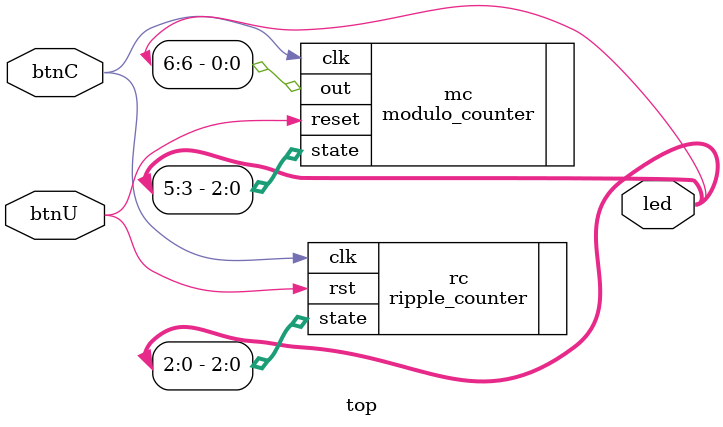
<source format=v>
module top(
        input btnU, btnC,
        output [6:0]led
    );
    
    ripple_counter rc(
        .clk(btnC),
        .rst(btnU),
        .state(led[2:0])
    );
    
    modulo_counter mc(
        .clk(btnC),
        .reset(btnU),
        .state(led[5:3]),
        .out(led[6])
    );
    
    
    
endmodule

</source>
